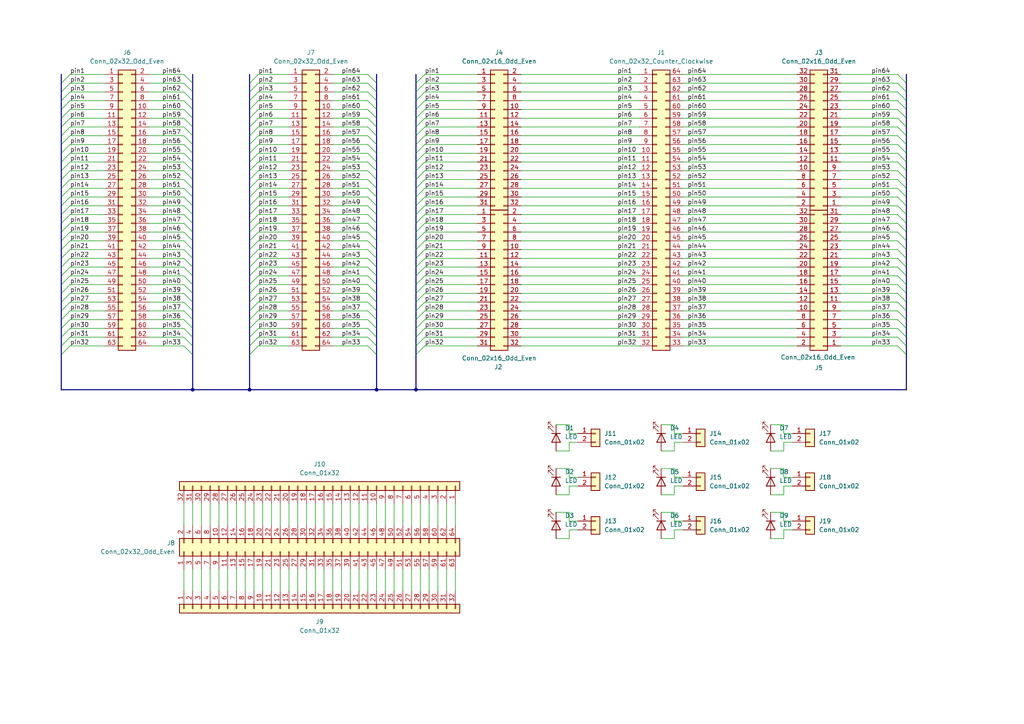
<source format=kicad_sch>
(kicad_sch (version 20231120) (generator "eeschema") (generator_version "8.0")
  (paper "A4")
  (title_block (title "Igloo64_08 Prototyping Board") (date "2025-06-14") (rev "1.0") (company "John Honniball") (comment 1 "https://github.com/anachrocomputer/Igloo64") (comment 2 "TQFP-64 0.8mm pitch"))
  (junction (at 120.65 113.03))
  (junction (at 109.22 113.03))
  (junction (at 72.39 113.03))
  (junction (at 55.88 113.03))
  (bus_entry (at 123.19 77.47) (size -2.54 2.54))
  (bus_entry (at 260.35 49.53) (size 2.54 2.54))
  (bus_entry (at 260.35 90.17) (size 2.54 2.54))
  (bus_entry (at 260.35 26.67) (size 2.54 2.54))
  (bus_entry (at 260.35 54.61) (size 2.54 2.54))
  (bus_entry (at 260.35 92.71) (size 2.54 2.54))
  (bus_entry (at 123.19 64.77) (size -2.54 2.54))
  (bus_entry (at 260.35 57.15) (size 2.54 2.54))
  (bus_entry (at 260.35 82.55) (size 2.54 2.54))
  (bus_entry (at 123.19 24.13) (size -2.54 2.54))
  (bus_entry (at 260.35 87.63) (size 2.54 2.54))
  (bus_entry (at 123.19 46.99) (size -2.54 2.54))
  (bus_entry (at 260.35 100.33) (size 2.54 2.54))
  (bus_entry (at 123.19 36.83) (size -2.54 2.54))
  (bus_entry (at 260.35 44.45) (size 2.54 2.54))
  (bus_entry (at 123.19 44.45) (size -2.54 2.54))
  (bus_entry (at 260.35 41.91) (size 2.54 2.54))
  (bus_entry (at 53.34 29.21) (size 2.54 2.54))
  (bus_entry (at 53.34 26.67) (size 2.54 2.54))
  (bus_entry (at 53.34 24.13) (size 2.54 2.54))
  (bus_entry (at 53.34 21.59) (size 2.54 2.54))
  (bus_entry (at 20.32 21.59) (size -2.54 2.54))
  (bus_entry (at 20.32 24.13) (size -2.54 2.54))
  (bus_entry (at 20.32 26.67) (size -2.54 2.54))
  (bus_entry (at 20.32 29.21) (size -2.54 2.54))
  (bus_entry (at 106.68 26.67) (size 2.54 2.54))
  (bus_entry (at 106.68 29.21) (size 2.54 2.54))
  (bus_entry (at 106.68 21.59) (size 2.54 2.54))
  (bus_entry (at 106.68 24.13) (size 2.54 2.54))
  (bus_entry (at 123.19 100.33) (size -2.54 2.54))
  (bus_entry (at 260.35 21.59) (size 2.54 2.54))
  (bus_entry (at 260.35 46.99) (size 2.54 2.54))
  (bus_entry (at 260.35 62.23) (size 2.54 2.54))
  (bus_entry (at 123.19 21.59) (size -2.54 2.54))
  (bus_entry (at 260.35 67.31) (size 2.54 2.54))
  (bus_entry (at 123.19 69.85) (size -2.54 2.54))
  (bus_entry (at 260.35 72.39) (size 2.54 2.54))
  (bus_entry (at 260.35 36.83) (size 2.54 2.54))
  (bus_entry (at 106.68 90.17) (size 2.54 2.54))
  (bus_entry (at 106.68 85.09) (size 2.54 2.54))
  (bus_entry (at 106.68 92.71) (size 2.54 2.54))
  (bus_entry (at 106.68 87.63) (size 2.54 2.54))
  (bus_entry (at 106.68 82.55) (size 2.54 2.54))
  (bus_entry (at 106.68 80.01) (size 2.54 2.54))
  (bus_entry (at 106.68 77.47) (size 2.54 2.54))
  (bus_entry (at 106.68 74.93) (size 2.54 2.54))
  (bus_entry (at 106.68 72.39) (size 2.54 2.54))
  (bus_entry (at 106.68 69.85) (size 2.54 2.54))
  (bus_entry (at 106.68 34.29) (size 2.54 2.54))
  (bus_entry (at 106.68 62.23) (size 2.54 2.54))
  (bus_entry (at 106.68 59.69) (size 2.54 2.54))
  (bus_entry (at 106.68 67.31) (size 2.54 2.54))
  (bus_entry (at 106.68 64.77) (size 2.54 2.54))
  (bus_entry (at 106.68 57.15) (size 2.54 2.54))
  (bus_entry (at 106.68 54.61) (size 2.54 2.54))
  (bus_entry (at 106.68 52.07) (size 2.54 2.54))
  (bus_entry (at 106.68 49.53) (size 2.54 2.54))
  (bus_entry (at 106.68 46.99) (size 2.54 2.54))
  (bus_entry (at 106.68 44.45) (size 2.54 2.54))
  (bus_entry (at 106.68 41.91) (size 2.54 2.54))
  (bus_entry (at 106.68 39.37) (size 2.54 2.54))
  (bus_entry (at 106.68 36.83) (size 2.54 2.54))
  (bus_entry (at 260.35 85.09) (size 2.54 2.54))
  (bus_entry (at 260.35 69.85) (size 2.54 2.54))
  (bus_entry (at 260.35 74.93) (size 2.54 2.54))
  (bus_entry (at 123.19 82.55) (size -2.54 2.54))
  (bus_entry (at 123.19 26.67) (size -2.54 2.54))
  (bus_entry (at 260.35 80.01) (size 2.54 2.54))
  (bus_entry (at 123.19 34.29) (size -2.54 2.54))
  (bus_entry (at 106.68 31.75) (size 2.54 2.54))
  (bus_entry (at 74.93 21.59) (size -2.54 2.54))
  (bus_entry (at 74.93 24.13) (size -2.54 2.54))
  (bus_entry (at 74.93 26.67) (size -2.54 2.54))
  (bus_entry (at 74.93 29.21) (size -2.54 2.54))
  (bus_entry (at 74.93 31.75) (size -2.54 2.54))
  (bus_entry (at 123.19 74.93) (size -2.54 2.54))
  (bus_entry (at 123.19 62.23) (size -2.54 2.54))
  (bus_entry (at 123.19 39.37) (size -2.54 2.54))
  (bus_entry (at 260.35 34.29) (size 2.54 2.54))
  (bus_entry (at 260.35 39.37) (size 2.54 2.54))
  (bus_entry (at 123.19 80.01) (size -2.54 2.54))
  (bus_entry (at 123.19 67.31) (size -2.54 2.54))
  (bus_entry (at 123.19 59.69) (size -2.54 2.54))
  (bus_entry (at 260.35 52.07) (size 2.54 2.54))
  (bus_entry (at 123.19 90.17) (size -2.54 2.54))
  (bus_entry (at 260.35 24.13) (size 2.54 2.54))
  (bus_entry (at 53.34 64.77) (size 2.54 2.54))
  (bus_entry (at 106.68 95.25) (size 2.54 2.54))
  (bus_entry (at 106.68 100.33) (size 2.54 2.54))
  (bus_entry (at 106.68 97.79) (size 2.54 2.54))
  (bus_entry (at 53.34 74.93) (size 2.54 2.54))
  (bus_entry (at 53.34 72.39) (size 2.54 2.54))
  (bus_entry (at 53.34 69.85) (size 2.54 2.54))
  (bus_entry (at 53.34 67.31) (size 2.54 2.54))
  (bus_entry (at 53.34 85.09) (size 2.54 2.54))
  (bus_entry (at 53.34 82.55) (size 2.54 2.54))
  (bus_entry (at 53.34 80.01) (size 2.54 2.54))
  (bus_entry (at 53.34 77.47) (size 2.54 2.54))
  (bus_entry (at 53.34 90.17) (size 2.54 2.54))
  (bus_entry (at 53.34 87.63) (size 2.54 2.54))
  (bus_entry (at 53.34 36.83) (size 2.54 2.54))
  (bus_entry (at 53.34 34.29) (size 2.54 2.54))
  (bus_entry (at 53.34 31.75) (size 2.54 2.54))
  (bus_entry (at 53.34 52.07) (size 2.54 2.54))
  (bus_entry (at 53.34 49.53) (size 2.54 2.54))
  (bus_entry (at 53.34 46.99) (size 2.54 2.54))
  (bus_entry (at 53.34 44.45) (size 2.54 2.54))
  (bus_entry (at 53.34 41.91) (size 2.54 2.54))
  (bus_entry (at 53.34 39.37) (size 2.54 2.54))
  (bus_entry (at 260.35 64.77) (size 2.54 2.54))
  (bus_entry (at 123.19 41.91) (size -2.54 2.54))
  (bus_entry (at 20.32 69.85) (size -2.54 2.54))
  (bus_entry (at 20.32 67.31) (size -2.54 2.54))
  (bus_entry (at 20.32 64.77) (size -2.54 2.54))
  (bus_entry (at 74.93 90.17) (size -2.54 2.54))
  (bus_entry (at 74.93 92.71) (size -2.54 2.54))
  (bus_entry (at 74.93 95.25) (size -2.54 2.54))
  (bus_entry (at 74.93 97.79) (size -2.54 2.54))
  (bus_entry (at 74.93 100.33) (size -2.54 2.54))
  (bus_entry (at 74.93 64.77) (size -2.54 2.54))
  (bus_entry (at 74.93 67.31) (size -2.54 2.54))
  (bus_entry (at 74.93 69.85) (size -2.54 2.54))
  (bus_entry (at 74.93 72.39) (size -2.54 2.54))
  (bus_entry (at 74.93 74.93) (size -2.54 2.54))
  (bus_entry (at 20.32 90.17) (size -2.54 2.54))
  (bus_entry (at 20.32 87.63) (size -2.54 2.54))
  (bus_entry (at 20.32 85.09) (size -2.54 2.54))
  (bus_entry (at 20.32 82.55) (size -2.54 2.54))
  (bus_entry (at 20.32 80.01) (size -2.54 2.54))
  (bus_entry (at 20.32 77.47) (size -2.54 2.54))
  (bus_entry (at 20.32 74.93) (size -2.54 2.54))
  (bus_entry (at 20.32 72.39) (size -2.54 2.54))
  (bus_entry (at 74.93 87.63) (size -2.54 2.54))
  (bus_entry (at 74.93 82.55) (size -2.54 2.54))
  (bus_entry (at 74.93 85.09) (size -2.54 2.54))
  (bus_entry (at 74.93 77.47) (size -2.54 2.54))
  (bus_entry (at 74.93 80.01) (size -2.54 2.54))
  (bus_entry (at 74.93 39.37) (size -2.54 2.54))
  (bus_entry (at 74.93 41.91) (size -2.54 2.54))
  (bus_entry (at 74.93 34.29) (size -2.54 2.54))
  (bus_entry (at 74.93 36.83) (size -2.54 2.54))
  (bus_entry (at 20.32 52.07) (size -2.54 2.54))
  (bus_entry (at 20.32 49.53) (size -2.54 2.54))
  (bus_entry (at 20.32 46.99) (size -2.54 2.54))
  (bus_entry (at 20.32 44.45) (size -2.54 2.54))
  (bus_entry (at 20.32 41.91) (size -2.54 2.54))
  (bus_entry (at 20.32 34.29) (size -2.54 2.54))
  (bus_entry (at 20.32 31.75) (size -2.54 2.54))
  (bus_entry (at 20.32 39.37) (size -2.54 2.54))
  (bus_entry (at 20.32 36.83) (size -2.54 2.54))
  (bus_entry (at 74.93 44.45) (size -2.54 2.54))
  (bus_entry (at 74.93 46.99) (size -2.54 2.54))
  (bus_entry (at 74.93 49.53) (size -2.54 2.54))
  (bus_entry (at 74.93 52.07) (size -2.54 2.54))
  (bus_entry (at 74.93 59.69) (size -2.54 2.54))
  (bus_entry (at 74.93 62.23) (size -2.54 2.54))
  (bus_entry (at 74.93 54.61) (size -2.54 2.54))
  (bus_entry (at 74.93 57.15) (size -2.54 2.54))
  (bus_entry (at 260.35 97.79) (size 2.54 2.54))
  (bus_entry (at 123.19 29.21) (size -2.54 2.54))
  (bus_entry (at 123.19 31.75) (size -2.54 2.54))
  (bus_entry (at 260.35 31.75) (size 2.54 2.54))
  (bus_entry (at 123.19 72.39) (size -2.54 2.54))
  (bus_entry (at 260.35 77.47) (size 2.54 2.54))
  (bus_entry (at 260.35 29.21) (size 2.54 2.54))
  (bus_entry (at 123.19 92.71) (size -2.54 2.54))
  (bus_entry (at 123.19 97.79) (size -2.54 2.54))
  (bus_entry (at 123.19 87.63) (size -2.54 2.54))
  (bus_entry (at 260.35 59.69) (size 2.54 2.54))
  (bus_entry (at 260.35 95.25) (size 2.54 2.54))
  (bus_entry (at 123.19 54.61) (size -2.54 2.54))
  (bus_entry (at 123.19 57.15) (size -2.54 2.54))
  (bus_entry (at 123.19 49.53) (size -2.54 2.54))
  (bus_entry (at 123.19 52.07) (size -2.54 2.54))
  (bus_entry (at 20.32 97.79) (size -2.54 2.54))
  (bus_entry (at 20.32 100.33) (size -2.54 2.54))
  (bus_entry (at 53.34 95.25) (size 2.54 2.54))
  (bus_entry (at 53.34 100.33) (size 2.54 2.54))
  (bus_entry (at 53.34 97.79) (size 2.54 2.54))
  (bus_entry (at 53.34 57.15) (size 2.54 2.54))
  (bus_entry (at 53.34 54.61) (size 2.54 2.54))
  (bus_entry (at 53.34 59.69) (size 2.54 2.54))
  (bus_entry (at 53.34 62.23) (size 2.54 2.54))
  (bus_entry (at 53.34 92.71) (size 2.54 2.54))
  (bus_entry (at 20.32 54.61) (size -2.54 2.54))
  (bus_entry (at 20.32 62.23) (size -2.54 2.54))
  (bus_entry (at 20.32 59.69) (size -2.54 2.54))
  (bus_entry (at 20.32 57.15) (size -2.54 2.54))
  (bus_entry (at 20.32 92.71) (size -2.54 2.54))
  (bus_entry (at 20.32 95.25) (size -2.54 2.54))
  (bus_entry (at 123.19 95.25) (size -2.54 2.54))
  (bus_entry (at 123.19 85.09) (size -2.54 2.54))
  (wire (pts (xy 165.1 140.97) (xy 167.64 140.97)))
  (wire (pts (xy 20.32 21.59) (xy 30.48 21.59)))
  (wire (pts (xy 68.58 146.05) (xy 68.58 152.4)))
  (wire (pts (xy 114.3 146.05) (xy 114.3 152.4)))
  (wire (pts (xy 96.52 39.37) (xy 106.68 39.37)))
  (bus (pts (xy 72.39 95.25) (xy 72.39 97.79)))
  (wire (pts (xy 74.93 82.55) (xy 83.82 82.55)))
  (wire (pts (xy 243.84 82.55) (xy 260.35 82.55)))
  (wire (pts (xy 123.19 95.25) (xy 138.43 95.25)))
  (wire (pts (xy 101.6 165.1) (xy 101.6 171.45)))
  (wire (pts (xy 198.12 49.53) (xy 231.14 49.53)))
  (wire (pts (xy 43.18 21.59) (xy 53.34 21.59)))
  (wire (pts (xy 68.58 165.1) (xy 68.58 171.45)))
  (bus (pts (xy 17.78 59.69) (xy 17.78 62.23)))
  (bus (pts (xy 109.22 92.71) (xy 109.22 95.25)))
  (bus (pts (xy 262.89 39.37) (xy 262.89 41.91)))
  (bus (pts (xy 17.78 57.15) (xy 17.78 59.69)))
  (wire (pts (xy 96.52 77.47) (xy 106.68 77.47)))
  (wire (pts (xy 243.84 67.31) (xy 260.35 67.31)))
  (wire (pts (xy 119.38 165.1) (xy 119.38 171.45)))
  (bus (pts (xy 262.89 52.07) (xy 262.89 54.61)))
  (bus (pts (xy 109.22 46.99) (xy 109.22 49.53)))
  (wire (pts (xy 198.12 57.15) (xy 231.14 57.15)))
  (wire (pts (xy 243.84 62.23) (xy 260.35 62.23)))
  (bus (pts (xy 120.65 21.59) (xy 120.65 24.13)))
  (wire (pts (xy 223.52 148.59) (xy 227.33 148.59)))
  (bus (pts (xy 72.39 85.09) (xy 72.39 87.63)))
  (wire (pts (xy 63.5 146.05) (xy 63.5 152.4)))
  (wire (pts (xy 96.52 85.09) (xy 106.68 85.09)))
  (wire (pts (xy 83.82 146.05) (xy 83.82 152.4)))
  (bus (pts (xy 262.89 82.55) (xy 262.89 85.09)))
  (wire (pts (xy 43.18 44.45) (xy 53.34 44.45)))
  (bus (pts (xy 120.65 77.47) (xy 120.65 80.01)))
  (wire (pts (xy 76.2 146.05) (xy 76.2 152.4)))
  (wire (pts (xy 227.33 140.97) (xy 229.87 140.97)))
  (wire (pts (xy 198.12 54.61) (xy 231.14 54.61)))
  (wire (pts (xy 243.84 39.37) (xy 260.35 39.37)))
  (wire (pts (xy 198.12 97.79) (xy 231.14 97.79)))
  (bus (pts (xy 72.39 44.45) (xy 72.39 46.99)))
  (wire (pts (xy 151.13 39.37) (xy 185.42 39.37)))
  (bus (pts (xy 72.39 62.23) (xy 72.39 64.77)))
  (bus (pts (xy 17.78 102.87) (xy 17.78 113.03)))
  (bus (pts (xy 72.39 26.67) (xy 72.39 29.21)))
  (wire (pts (xy 243.84 41.91) (xy 260.35 41.91)))
  (wire (pts (xy 198.12 92.71) (xy 231.14 92.71)))
  (bus (pts (xy 109.22 44.45) (xy 109.22 46.99)))
  (bus (pts (xy 17.78 67.31) (xy 17.78 69.85)))
  (bus (pts (xy 109.22 29.21) (xy 109.22 31.75)))
  (wire (pts (xy 74.93 72.39) (xy 83.82 72.39)))
  (bus (pts (xy 120.65 44.45) (xy 120.65 46.99)))
  (bus (pts (xy 55.88 41.91) (xy 55.88 44.45)))
  (wire (pts (xy 151.13 85.09) (xy 185.42 85.09)))
  (wire (pts (xy 151.13 21.59) (xy 185.42 21.59)))
  (wire (pts (xy 43.18 69.85) (xy 53.34 69.85)))
  (wire (pts (xy 96.52 72.39) (xy 106.68 72.39)))
  (wire (pts (xy 96.52 44.45) (xy 106.68 44.45)))
  (wire (pts (xy 198.12 95.25) (xy 231.14 95.25)))
  (bus (pts (xy 17.78 87.63) (xy 17.78 90.17)))
  (bus (pts (xy 17.78 82.55) (xy 17.78 85.09)))
  (bus (pts (xy 262.89 102.87) (xy 262.89 113.03)))
  (wire (pts (xy 123.19 21.59) (xy 138.43 21.59)))
  (wire (pts (xy 227.33 128.27) (xy 229.87 128.27)))
  (wire (pts (xy 20.32 85.09) (xy 30.48 85.09)))
  (wire (pts (xy 73.66 165.1) (xy 73.66 171.45)))
  (wire (pts (xy 119.38 146.05) (xy 119.38 152.4)))
  (bus (pts (xy 109.22 36.83) (xy 109.22 39.37)))
  (bus (pts (xy 55.88 80.01) (xy 55.88 82.55)))
  (wire (pts (xy 58.42 146.05) (xy 58.42 152.4)))
  (bus (pts (xy 72.39 72.39) (xy 72.39 74.93)))
  (bus (pts (xy 262.89 97.79) (xy 262.89 100.33)))
  (wire (pts (xy 101.6 146.05) (xy 101.6 152.4)))
  (wire (pts (xy 20.32 26.67) (xy 30.48 26.67)))
  (bus (pts (xy 17.78 39.37) (xy 17.78 41.91)))
  (bus (pts (xy 109.22 77.47) (xy 109.22 80.01)))
  (bus (pts (xy 120.65 39.37) (xy 120.65 41.91)))
  (bus (pts (xy 55.88 62.23) (xy 55.88 64.77)))
  (wire (pts (xy 74.93 52.07) (xy 83.82 52.07)))
  (wire (pts (xy 20.32 24.13) (xy 30.48 24.13)))
  (wire (pts (xy 165.1 148.59) (xy 165.1 151.13)))
  (bus (pts (xy 120.65 74.93) (xy 120.65 77.47)))
  (bus (pts (xy 17.78 36.83) (xy 17.78 39.37)))
  (wire (pts (xy 243.84 95.25) (xy 260.35 95.25)))
  (wire (pts (xy 198.12 87.63) (xy 231.14 87.63)))
  (bus (pts (xy 109.22 21.59) (xy 109.22 24.13)))
  (wire (pts (xy 198.12 46.99) (xy 231.14 46.99)))
  (bus (pts (xy 120.65 49.53) (xy 120.65 52.07)))
  (wire (pts (xy 20.32 67.31) (xy 30.48 67.31)))
  (wire (pts (xy 60.96 146.05) (xy 60.96 152.4)))
  (bus (pts (xy 120.65 62.23) (xy 120.65 64.77)))
  (wire (pts (xy 96.52 62.23) (xy 106.68 62.23)))
  (bus (pts (xy 72.39 67.31) (xy 72.39 69.85)))
  (bus (pts (xy 55.88 36.83) (xy 55.88 39.37)))
  (bus (pts (xy 109.22 57.15) (xy 109.22 59.69)))
  (wire (pts (xy 191.77 130.81) (xy 195.58 130.81)))
  (bus (pts (xy 109.22 69.85) (xy 109.22 72.39)))
  (bus (pts (xy 72.39 102.87) (xy 72.39 113.03)))
  (wire (pts (xy 161.29 143.51) (xy 165.1 143.51)))
  (wire (pts (xy 223.52 156.21) (xy 227.33 156.21)))
  (wire (pts (xy 151.13 29.21) (xy 185.42 29.21)))
  (wire (pts (xy 74.93 41.91) (xy 83.82 41.91)))
  (wire (pts (xy 121.92 165.1) (xy 121.92 171.45)))
  (bus (pts (xy 120.65 92.71) (xy 120.65 95.25)))
  (wire (pts (xy 74.93 100.33) (xy 83.82 100.33)))
  (wire (pts (xy 74.93 90.17) (xy 83.82 90.17)))
  (wire (pts (xy 123.19 67.31) (xy 138.43 67.31)))
  (wire (pts (xy 195.58 143.51) (xy 195.58 140.97)))
  (wire (pts (xy 129.54 146.05) (xy 129.54 152.4)))
  (bus (pts (xy 17.78 44.45) (xy 17.78 46.99)))
  (bus (pts (xy 262.89 34.29) (xy 262.89 36.83)))
  (wire (pts (xy 74.93 87.63) (xy 83.82 87.63)))
  (wire (pts (xy 151.13 59.69) (xy 185.42 59.69)))
  (wire (pts (xy 43.18 39.37) (xy 53.34 39.37)))
  (wire (pts (xy 96.52 21.59) (xy 106.68 21.59)))
  (wire (pts (xy 195.58 140.97) (xy 198.12 140.97)))
  (wire (pts (xy 43.18 74.93) (xy 53.34 74.93)))
  (wire (pts (xy 127 146.05) (xy 127 152.4)))
  (wire (pts (xy 78.74 165.1) (xy 78.74 171.45)))
  (wire (pts (xy 223.52 123.19) (xy 227.33 123.19)))
  (wire (pts (xy 74.93 21.59) (xy 83.82 21.59)))
  (wire (pts (xy 198.12 36.83) (xy 231.14 36.83)))
  (wire (pts (xy 96.52 49.53) (xy 106.68 49.53)))
  (bus (pts (xy 262.89 36.83) (xy 262.89 39.37)))
  (bus (pts (xy 72.39 90.17) (xy 72.39 92.71)))
  (wire (pts (xy 20.32 100.33) (xy 30.48 100.33)))
  (bus (pts (xy 17.78 80.01) (xy 17.78 82.55)))
  (bus (pts (xy 262.89 72.39) (xy 262.89 74.93)))
  (wire (pts (xy 123.19 31.75) (xy 138.43 31.75)))
  (wire (pts (xy 151.13 90.17) (xy 185.42 90.17)))
  (wire (pts (xy 88.9 146.05) (xy 88.9 152.4)))
  (wire (pts (xy 91.44 146.05) (xy 91.44 152.4)))
  (wire (pts (xy 76.2 165.1) (xy 76.2 171.45)))
  (bus (pts (xy 109.22 64.77) (xy 109.22 67.31)))
  (bus (pts (xy 262.89 29.21) (xy 262.89 31.75)))
  (wire (pts (xy 227.33 156.21) (xy 227.33 153.67)))
  (bus (pts (xy 262.89 21.59) (xy 262.89 24.13)))
  (wire (pts (xy 93.98 146.05) (xy 93.98 152.4)))
  (wire (pts (xy 20.32 74.93) (xy 30.48 74.93)))
  (wire (pts (xy 43.18 26.67) (xy 53.34 26.67)))
  (wire (pts (xy 74.93 67.31) (xy 83.82 67.31)))
  (wire (pts (xy 195.58 153.67) (xy 198.12 153.67)))
  (wire (pts (xy 74.93 77.47) (xy 83.82 77.47)))
  (bus (pts (xy 72.39 100.33) (xy 72.39 102.87)))
  (wire (pts (xy 20.32 95.25) (xy 30.48 95.25)))
  (bus (pts (xy 72.39 92.71) (xy 72.39 95.25)))
  (bus (pts (xy 55.88 24.13) (xy 55.88 26.67)))
  (wire (pts (xy 243.84 52.07) (xy 260.35 52.07)))
  (bus (pts (xy 262.89 41.91) (xy 262.89 44.45)))
  (wire (pts (xy 123.19 64.77) (xy 138.43 64.77)))
  (bus (pts (xy 109.22 49.53) (xy 109.22 52.07)))
  (wire (pts (xy 20.32 77.47) (xy 30.48 77.47)))
  (wire (pts (xy 104.14 165.1) (xy 104.14 171.45)))
  (bus (pts (xy 120.65 82.55) (xy 120.65 85.09)))
  (wire (pts (xy 227.33 130.81) (xy 227.33 128.27)))
  (wire (pts (xy 96.52 95.25) (xy 106.68 95.25)))
  (wire (pts (xy 165.1 156.21) (xy 165.1 153.67)))
  (wire (pts (xy 86.36 165.1) (xy 86.36 171.45)))
  (wire (pts (xy 53.34 146.05) (xy 53.34 152.4)))
  (wire (pts (xy 227.33 143.51) (xy 227.33 140.97)))
  (wire (pts (xy 151.13 26.67) (xy 185.42 26.67)))
  (wire (pts (xy 123.19 26.67) (xy 138.43 26.67)))
  (wire (pts (xy 43.18 77.47) (xy 53.34 77.47)))
  (wire (pts (xy 243.84 64.77) (xy 260.35 64.77)))
  (wire (pts (xy 20.32 82.55) (xy 30.48 82.55)))
  (bus (pts (xy 262.89 26.67) (xy 262.89 29.21)))
  (wire (pts (xy 243.84 59.69) (xy 260.35 59.69)))
  (bus (pts (xy 262.89 77.47) (xy 262.89 80.01)))
  (bus (pts (xy 17.78 24.13) (xy 17.78 26.67)))
  (bus (pts (xy 109.22 113.03) (xy 120.65 113.03)))
  (wire (pts (xy 96.52 57.15) (xy 106.68 57.15)))
  (bus (pts (xy 120.65 29.21) (xy 120.65 31.75)))
  (wire (pts (xy 123.19 36.83) (xy 138.43 36.83)))
  (wire (pts (xy 123.19 90.17) (xy 138.43 90.17)))
  (wire (pts (xy 96.52 34.29) (xy 106.68 34.29)))
  (wire (pts (xy 20.32 62.23) (xy 30.48 62.23)))
  (wire (pts (xy 43.18 54.61) (xy 53.34 54.61)))
  (wire (pts (xy 74.93 80.01) (xy 83.82 80.01)))
  (wire (pts (xy 43.18 57.15) (xy 53.34 57.15)))
  (wire (pts (xy 96.52 165.1) (xy 96.52 171.45)))
  (wire (pts (xy 43.18 62.23) (xy 53.34 62.23)))
  (wire (pts (xy 74.93 59.69) (xy 83.82 59.69)))
  (bus (pts (xy 120.65 31.75) (xy 120.65 34.29)))
  (bus (pts (xy 17.78 62.23) (xy 17.78 64.77)))
  (wire (pts (xy 43.18 46.99) (xy 53.34 46.99)))
  (wire (pts (xy 78.74 146.05) (xy 78.74 152.4)))
  (wire (pts (xy 74.93 36.83) (xy 83.82 36.83)))
  (bus (pts (xy 109.22 97.79) (xy 109.22 100.33)))
  (wire (pts (xy 198.12 21.59) (xy 231.14 21.59)))
  (wire (pts (xy 20.32 46.99) (xy 30.48 46.99)))
  (wire (pts (xy 165.1 125.73) (xy 167.64 125.73)))
  (wire (pts (xy 63.5 165.1) (xy 63.5 171.45)))
  (bus (pts (xy 72.39 52.07) (xy 72.39 54.61)))
  (wire (pts (xy 151.13 95.25) (xy 185.42 95.25)))
  (bus (pts (xy 109.22 100.33) (xy 109.22 102.87)))
  (wire (pts (xy 243.84 72.39) (xy 260.35 72.39)))
  (wire (pts (xy 74.93 54.61) (xy 83.82 54.61)))
  (wire (pts (xy 74.93 44.45) (xy 83.82 44.45)))
  (wire (pts (xy 43.18 31.75) (xy 53.34 31.75)))
  (wire (pts (xy 96.52 59.69) (xy 106.68 59.69)))
  (bus (pts (xy 17.78 72.39) (xy 17.78 74.93)))
  (wire (pts (xy 123.19 85.09) (xy 138.43 85.09)))
  (wire (pts (xy 20.32 87.63) (xy 30.48 87.63)))
  (wire (pts (xy 198.12 82.55) (xy 231.14 82.55)))
  (wire (pts (xy 198.12 90.17) (xy 231.14 90.17)))
  (wire (pts (xy 165.1 138.43) (xy 167.64 138.43)))
  (bus (pts (xy 55.88 49.53) (xy 55.88 52.07)))
  (bus (pts (xy 55.88 26.67) (xy 55.88 29.21)))
  (wire (pts (xy 227.33 135.89) (xy 227.33 138.43)))
  (wire (pts (xy 165.1 128.27) (xy 167.64 128.27)))
  (bus (pts (xy 17.78 46.99) (xy 17.78 49.53)))
  (bus (pts (xy 55.88 54.61) (xy 55.88 57.15)))
  (wire (pts (xy 74.93 64.77) (xy 83.82 64.77)))
  (wire (pts (xy 198.12 44.45) (xy 231.14 44.45)))
  (wire (pts (xy 123.19 92.71) (xy 138.43 92.71)))
  (bus (pts (xy 120.65 72.39) (xy 120.65 74.93)))
  (wire (pts (xy 96.52 97.79) (xy 106.68 97.79)))
  (bus (pts (xy 120.65 87.63) (xy 120.65 90.17)))
  (bus (pts (xy 17.78 92.71) (xy 17.78 95.25)))
  (bus (pts (xy 72.39 64.77) (xy 72.39 67.31)))
  (wire (pts (xy 123.19 34.29) (xy 138.43 34.29)))
  (wire (pts (xy 198.12 62.23) (xy 231.14 62.23)))
  (wire (pts (xy 151.13 87.63) (xy 185.42 87.63)))
  (wire (pts (xy 198.12 39.37) (xy 231.14 39.37)))
  (wire (pts (xy 243.84 29.21) (xy 260.35 29.21)))
  (wire (pts (xy 96.52 74.93) (xy 106.68 74.93)))
  (wire (pts (xy 151.13 24.13) (xy 185.42 24.13)))
  (wire (pts (xy 111.76 146.05) (xy 111.76 152.4)))
  (wire (pts (xy 123.19 52.07) (xy 138.43 52.07)))
  (wire (pts (xy 198.12 80.01) (xy 231.14 80.01)))
  (wire (pts (xy 151.13 54.61) (xy 185.42 54.61)))
  (wire (pts (xy 195.58 148.59) (xy 195.58 151.13)))
  (wire (pts (xy 114.3 165.1) (xy 114.3 171.45)))
  (bus (pts (xy 262.89 57.15) (xy 262.89 59.69)))
  (bus (pts (xy 120.65 57.15) (xy 120.65 59.69)))
  (bus (pts (xy 262.89 64.77) (xy 262.89 67.31)))
  (wire (pts (xy 198.12 24.13) (xy 231.14 24.13)))
  (bus (pts (xy 120.65 69.85) (xy 120.65 72.39)))
  (wire (pts (xy 123.19 39.37) (xy 138.43 39.37)))
  (bus (pts (xy 17.78 21.59) (xy 17.78 24.13)))
  (wire (pts (xy 20.32 39.37) (xy 30.48 39.37)))
  (wire (pts (xy 151.13 77.47) (xy 185.42 77.47)))
  (bus (pts (xy 262.89 44.45) (xy 262.89 46.99)))
  (bus (pts (xy 55.88 90.17) (xy 55.88 92.71)))
  (wire (pts (xy 43.18 82.55) (xy 53.34 82.55)))
  (wire (pts (xy 74.93 39.37) (xy 83.82 39.37)))
  (bus (pts (xy 109.22 67.31) (xy 109.22 69.85)))
  (bus (pts (xy 72.39 31.75) (xy 72.39 34.29)))
  (bus (pts (xy 262.89 100.33) (xy 262.89 102.87)))
  (bus (pts (xy 55.88 102.87) (xy 55.88 113.03)))
  (wire (pts (xy 74.93 74.93) (xy 83.82 74.93)))
  (wire (pts (xy 74.93 49.53) (xy 83.82 49.53)))
  (wire (pts (xy 123.19 24.13) (xy 138.43 24.13)))
  (bus (pts (xy 72.39 77.47) (xy 72.39 80.01)))
  (bus (pts (xy 120.65 113.03) (xy 262.89 113.03)))
  (bus (pts (xy 262.89 95.25) (xy 262.89 97.79)))
  (wire (pts (xy 243.84 74.93) (xy 260.35 74.93)))
  (wire (pts (xy 55.88 165.1) (xy 55.88 171.45)))
  (wire (pts (xy 195.58 135.89) (xy 195.58 138.43)))
  (bus (pts (xy 72.39 29.21) (xy 72.39 31.75)))
  (wire (pts (xy 86.36 146.05) (xy 86.36 152.4)))
  (wire (pts (xy 165.1 153.67) (xy 167.64 153.67)))
  (wire (pts (xy 243.84 90.17) (xy 260.35 90.17)))
  (bus (pts (xy 109.22 24.13) (xy 109.22 26.67)))
  (wire (pts (xy 161.29 148.59) (xy 165.1 148.59)))
  (bus (pts (xy 109.22 102.87) (xy 109.22 113.03)))
  (bus (pts (xy 55.88 69.85) (xy 55.88 72.39)))
  (bus (pts (xy 262.89 74.93) (xy 262.89 77.47)))
  (bus (pts (xy 72.39 59.69) (xy 72.39 62.23)))
  (bus (pts (xy 17.78 52.07) (xy 17.78 54.61)))
  (wire (pts (xy 195.58 156.21) (xy 195.58 153.67)))
  (bus (pts (xy 72.39 69.85) (xy 72.39 72.39)))
  (bus (pts (xy 17.78 26.67) (xy 17.78 29.21)))
  (bus (pts (xy 72.39 97.79) (xy 72.39 100.33)))
  (bus (pts (xy 72.39 24.13) (xy 72.39 26.67)))
  (wire (pts (xy 123.19 41.91) (xy 138.43 41.91)))
  (wire (pts (xy 43.18 92.71) (xy 53.34 92.71)))
  (bus (pts (xy 262.89 24.13) (xy 262.89 26.67)))
  (wire (pts (xy 20.32 64.77) (xy 30.48 64.77)))
  (bus (pts (xy 72.39 34.29) (xy 72.39 36.83)))
  (bus (pts (xy 109.22 95.25) (xy 109.22 97.79)))
  (wire (pts (xy 43.18 100.33) (xy 53.34 100.33)))
  (wire (pts (xy 74.93 97.79) (xy 83.82 97.79)))
  (wire (pts (xy 191.77 148.59) (xy 195.58 148.59)))
  (wire (pts (xy 96.52 29.21) (xy 106.68 29.21)))
  (wire (pts (xy 43.18 24.13) (xy 53.34 24.13)))
  (bus (pts (xy 55.88 34.29) (xy 55.88 36.83)))
  (bus (pts (xy 120.65 85.09) (xy 120.65 87.63)))
  (wire (pts (xy 195.58 130.81) (xy 195.58 128.27)))
  (wire (pts (xy 104.14 146.05) (xy 104.14 152.4)))
  (bus (pts (xy 109.22 31.75) (xy 109.22 34.29)))
  (bus (pts (xy 262.89 90.17) (xy 262.89 92.71)))
  (wire (pts (xy 161.29 123.19) (xy 165.1 123.19)))
  (wire (pts (xy 116.84 165.1) (xy 116.84 171.45)))
  (bus (pts (xy 55.88 113.03) (xy 72.39 113.03)))
  (wire (pts (xy 74.93 57.15) (xy 83.82 57.15)))
  (wire (pts (xy 198.12 41.91) (xy 231.14 41.91)))
  (bus (pts (xy 120.65 46.99) (xy 120.65 49.53)))
  (wire (pts (xy 223.52 130.81) (xy 227.33 130.81)))
  (bus (pts (xy 17.78 113.03) (xy 55.88 113.03)))
  (wire (pts (xy 132.08 165.1) (xy 132.08 171.45)))
  (wire (pts (xy 243.84 21.59) (xy 260.35 21.59)))
  (bus (pts (xy 55.88 72.39) (xy 55.88 74.93)))
  (wire (pts (xy 151.13 82.55) (xy 185.42 82.55)))
  (wire (pts (xy 96.52 80.01) (xy 106.68 80.01)))
  (bus (pts (xy 72.39 21.59) (xy 72.39 24.13)))
  (wire (pts (xy 74.93 92.71) (xy 83.82 92.71)))
  (wire (pts (xy 123.19 72.39) (xy 138.43 72.39)))
  (wire (pts (xy 73.66 146.05) (xy 73.66 152.4)))
  (wire (pts (xy 20.32 54.61) (xy 30.48 54.61)))
  (wire (pts (xy 227.33 148.59) (xy 227.33 151.13)))
  (bus (pts (xy 72.39 57.15) (xy 72.39 59.69)))
  (wire (pts (xy 123.19 62.23) (xy 138.43 62.23)))
  (bus (pts (xy 109.22 54.61) (xy 109.22 57.15)))
  (wire (pts (xy 99.06 165.1) (xy 99.06 171.45)))
  (wire (pts (xy 123.19 100.33) (xy 138.43 100.33)))
  (bus (pts (xy 262.89 69.85) (xy 262.89 72.39)))
  (bus (pts (xy 17.78 49.53) (xy 17.78 52.07)))
  (wire (pts (xy 20.32 90.17) (xy 30.48 90.17)))
  (wire (pts (xy 20.32 59.69) (xy 30.48 59.69)))
  (bus (pts (xy 72.39 113.03) (xy 109.22 113.03)))
  (wire (pts (xy 66.04 146.05) (xy 66.04 152.4)))
  (wire (pts (xy 96.52 41.91) (xy 106.68 41.91)))
  (bus (pts (xy 262.89 46.99) (xy 262.89 49.53)))
  (wire (pts (xy 43.18 85.09) (xy 53.34 85.09)))
  (wire (pts (xy 60.96 165.1) (xy 60.96 171.45)))
  (wire (pts (xy 20.32 44.45) (xy 30.48 44.45)))
  (wire (pts (xy 96.52 87.63) (xy 106.68 87.63)))
  (wire (pts (xy 243.84 100.33) (xy 260.35 100.33)))
  (wire (pts (xy 20.32 49.53) (xy 30.48 49.53)))
  (wire (pts (xy 111.76 165.1) (xy 111.76 171.45)))
  (bus (pts (xy 17.78 95.25) (xy 17.78 97.79)))
  (wire (pts (xy 243.84 87.63) (xy 260.35 87.63)))
  (wire (pts (xy 243.84 36.83) (xy 260.35 36.83)))
  (wire (pts (xy 123.19 97.79) (xy 138.43 97.79)))
  (bus (pts (xy 109.22 39.37) (xy 109.22 41.91)))
  (wire (pts (xy 151.13 72.39) (xy 185.42 72.39)))
  (wire (pts (xy 123.19 59.69) (xy 138.43 59.69)))
  (wire (pts (xy 151.13 67.31) (xy 185.42 67.31)))
  (wire (pts (xy 109.22 165.1) (xy 109.22 171.45)))
  (wire (pts (xy 43.18 41.91) (xy 53.34 41.91)))
  (wire (pts (xy 74.93 24.13) (xy 83.82 24.13)))
  (bus (pts (xy 120.65 80.01) (xy 120.65 82.55)))
  (wire (pts (xy 191.77 135.89) (xy 195.58 135.89)))
  (bus (pts (xy 109.22 82.55) (xy 109.22 85.09)))
  (wire (pts (xy 223.52 135.89) (xy 227.33 135.89)))
  (wire (pts (xy 109.22 146.05) (xy 109.22 152.4)))
  (bus (pts (xy 72.39 54.61) (xy 72.39 57.15)))
  (bus (pts (xy 55.88 87.63) (xy 55.88 90.17)))
  (wire (pts (xy 74.93 69.85) (xy 83.82 69.85)))
  (wire (pts (xy 43.18 87.63) (xy 53.34 87.63)))
  (bus (pts (xy 17.78 100.33) (xy 17.78 102.87)))
  (bus (pts (xy 120.65 95.25) (xy 120.65 97.79)))
  (wire (pts (xy 151.13 31.75) (xy 185.42 31.75)))
  (bus (pts (xy 72.39 80.01) (xy 72.39 82.55)))
  (wire (pts (xy 66.04 165.1) (xy 66.04 171.45)))
  (wire (pts (xy 43.18 67.31) (xy 53.34 67.31)))
  (wire (pts (xy 99.06 146.05) (xy 99.06 152.4)))
  (wire (pts (xy 74.93 29.21) (xy 83.82 29.21)))
  (wire (pts (xy 243.84 31.75) (xy 260.35 31.75)))
  (wire (pts (xy 43.18 97.79) (xy 53.34 97.79)))
  (wire (pts (xy 123.19 29.21) (xy 138.43 29.21)))
  (wire (pts (xy 243.84 85.09) (xy 260.35 85.09)))
  (wire (pts (xy 227.33 138.43) (xy 229.87 138.43)))
  (bus (pts (xy 120.65 59.69) (xy 120.65 62.23)))
  (wire (pts (xy 198.12 34.29) (xy 231.14 34.29)))
  (wire (pts (xy 96.52 69.85) (xy 106.68 69.85)))
  (bus (pts (xy 262.89 59.69) (xy 262.89 62.23)))
  (wire (pts (xy 195.58 125.73) (xy 198.12 125.73)))
  (wire (pts (xy 123.19 69.85) (xy 138.43 69.85)))
  (wire (pts (xy 161.29 135.89) (xy 165.1 135.89)))
  (bus (pts (xy 262.89 80.01) (xy 262.89 82.55)))
  (wire (pts (xy 243.84 34.29) (xy 260.35 34.29)))
  (wire (pts (xy 43.18 80.01) (xy 53.34 80.01)))
  (bus (pts (xy 17.78 34.29) (xy 17.78 36.83)))
  (wire (pts (xy 132.08 146.05) (xy 132.08 152.4)))
  (bus (pts (xy 109.22 80.01) (xy 109.22 82.55)))
  (wire (pts (xy 123.19 82.55) (xy 138.43 82.55)))
  (wire (pts (xy 198.12 72.39) (xy 231.14 72.39)))
  (bus (pts (xy 120.65 41.91) (xy 120.65 44.45)))
  (wire (pts (xy 227.33 151.13) (xy 229.87 151.13)))
  (wire (pts (xy 123.19 44.45) (xy 138.43 44.45)))
  (wire (pts (xy 106.68 146.05) (xy 106.68 152.4)))
  (wire (pts (xy 151.13 100.33) (xy 185.42 100.33)))
  (bus (pts (xy 72.39 87.63) (xy 72.39 90.17)))
  (wire (pts (xy 20.32 97.79) (xy 30.48 97.79)))
  (wire (pts (xy 53.34 165.1) (xy 53.34 171.45)))
  (bus (pts (xy 55.88 92.71) (xy 55.88 95.25)))
  (wire (pts (xy 55.88 146.05) (xy 55.88 152.4)))
  (bus (pts (xy 72.39 41.91) (xy 72.39 44.45)))
  (wire (pts (xy 43.18 49.53) (xy 53.34 49.53)))
  (wire (pts (xy 124.46 146.05) (xy 124.46 152.4)))
  (wire (pts (xy 96.52 67.31) (xy 106.68 67.31)))
  (bus (pts (xy 120.65 26.67) (xy 120.65 29.21)))
  (wire (pts (xy 20.32 31.75) (xy 30.48 31.75)))
  (wire (pts (xy 195.58 138.43) (xy 198.12 138.43)))
  (wire (pts (xy 58.42 165.1) (xy 58.42 171.45)))
  (bus (pts (xy 55.88 74.93) (xy 55.88 77.47)))
  (wire (pts (xy 243.84 46.99) (xy 260.35 46.99)))
  (wire (pts (xy 198.12 59.69) (xy 231.14 59.69)))
  (wire (pts (xy 227.33 125.73) (xy 229.87 125.73)))
  (wire (pts (xy 165.1 135.89) (xy 165.1 138.43)))
  (wire (pts (xy 121.92 146.05) (xy 121.92 152.4)))
  (wire (pts (xy 123.19 87.63) (xy 138.43 87.63)))
  (bus (pts (xy 120.65 52.07) (xy 120.65 54.61)))
  (wire (pts (xy 116.84 146.05) (xy 116.84 152.4)))
  (wire (pts (xy 93.98 165.1) (xy 93.98 171.45)))
  (bus (pts (xy 55.88 100.33) (xy 55.88 102.87)))
  (wire (pts (xy 43.18 72.39) (xy 53.34 72.39)))
  (wire (pts (xy 74.93 85.09) (xy 83.82 85.09)))
  (wire (pts (xy 74.93 31.75) (xy 83.82 31.75)))
  (bus (pts (xy 109.22 90.17) (xy 109.22 92.71)))
  (bus (pts (xy 55.88 57.15) (xy 55.88 59.69)))
  (wire (pts (xy 198.12 29.21) (xy 231.14 29.21)))
  (wire (pts (xy 71.12 146.05) (xy 71.12 152.4)))
  (bus (pts (xy 120.65 97.79) (xy 120.65 100.33)))
  (wire (pts (xy 96.52 90.17) (xy 106.68 90.17)))
  (wire (pts (xy 243.84 69.85) (xy 260.35 69.85)))
  (wire (pts (xy 106.68 165.1) (xy 106.68 171.45)))
  (wire (pts (xy 198.12 77.47) (xy 231.14 77.47)))
  (bus (pts (xy 109.22 52.07) (xy 109.22 54.61)))
  (wire (pts (xy 198.12 69.85) (xy 231.14 69.85)))
  (wire (pts (xy 74.93 95.25) (xy 83.82 95.25)))
  (bus (pts (xy 55.88 29.21) (xy 55.88 31.75)))
  (bus (pts (xy 120.65 36.83) (xy 120.65 39.37)))
  (bus (pts (xy 262.89 85.09) (xy 262.89 87.63)))
  (wire (pts (xy 96.52 31.75) (xy 106.68 31.75)))
  (wire (pts (xy 198.12 100.33) (xy 231.14 100.33)))
  (wire (pts (xy 88.9 165.1) (xy 88.9 171.45)))
  (wire (pts (xy 195.58 151.13) (xy 198.12 151.13)))
  (wire (pts (xy 198.12 67.31) (xy 231.14 67.31)))
  (wire (pts (xy 96.52 26.67) (xy 106.68 26.67)))
  (wire (pts (xy 43.18 29.21) (xy 53.34 29.21)))
  (wire (pts (xy 96.52 36.83) (xy 106.68 36.83)))
  (wire (pts (xy 83.82 165.1) (xy 83.82 171.45)))
  (wire (pts (xy 43.18 36.83) (xy 53.34 36.83)))
  (bus (pts (xy 17.78 77.47) (xy 17.78 80.01)))
  (bus (pts (xy 120.65 54.61) (xy 120.65 57.15)))
  (wire (pts (xy 96.52 82.55) (xy 106.68 82.55)))
  (bus (pts (xy 55.88 67.31) (xy 55.88 69.85)))
  (bus (pts (xy 109.22 87.63) (xy 109.22 90.17)))
  (wire (pts (xy 43.18 59.69) (xy 53.34 59.69)))
  (wire (pts (xy 96.52 146.05) (xy 96.52 152.4)))
  (bus (pts (xy 72.39 36.83) (xy 72.39 39.37)))
  (wire (pts (xy 123.19 74.93) (xy 138.43 74.93)))
  (wire (pts (xy 20.32 29.21) (xy 30.48 29.21)))
  (wire (pts (xy 20.32 34.29) (xy 30.48 34.29)))
  (wire (pts (xy 243.84 77.47) (xy 260.35 77.47)))
  (wire (pts (xy 20.32 72.39) (xy 30.48 72.39)))
  (wire (pts (xy 91.44 165.1) (xy 91.44 171.45)))
  (wire (pts (xy 161.29 130.81) (xy 165.1 130.81)))
  (wire (pts (xy 198.12 31.75) (xy 231.14 31.75)))
  (bus (pts (xy 109.22 59.69) (xy 109.22 62.23)))
  (wire (pts (xy 20.32 57.15) (xy 30.48 57.15)))
  (wire (pts (xy 96.52 92.71) (xy 106.68 92.71)))
  (wire (pts (xy 243.84 57.15) (xy 260.35 57.15)))
  (bus (pts (xy 55.88 59.69) (xy 55.88 62.23)))
  (wire (pts (xy 151.13 41.91) (xy 185.42 41.91)))
  (bus (pts (xy 55.88 46.99) (xy 55.88 49.53)))
  (wire (pts (xy 191.77 123.19) (xy 195.58 123.19)))
  (wire (pts (xy 161.29 156.21) (xy 165.1 156.21)))
  (bus (pts (xy 120.65 67.31) (xy 120.65 69.85)))
  (wire (pts (xy 123.19 57.15) (xy 138.43 57.15)))
  (wire (pts (xy 74.93 46.99) (xy 83.82 46.99)))
  (wire (pts (xy 123.19 54.61) (xy 138.43 54.61)))
  (wire (pts (xy 151.13 44.45) (xy 185.42 44.45)))
  (wire (pts (xy 151.13 62.23) (xy 185.42 62.23)))
  (bus (pts (xy 109.22 41.91) (xy 109.22 44.45)))
  (wire (pts (xy 81.28 146.05) (xy 81.28 152.4)))
  (wire (pts (xy 96.52 24.13) (xy 106.68 24.13)))
  (bus (pts (xy 120.65 64.77) (xy 120.65 67.31)))
  (bus (pts (xy 120.65 34.29) (xy 120.65 36.83)))
  (wire (pts (xy 243.84 49.53) (xy 260.35 49.53)))
  (wire (pts (xy 43.18 64.77) (xy 53.34 64.77)))
  (wire (pts (xy 43.18 95.25) (xy 53.34 95.25)))
  (bus (pts (xy 120.65 24.13) (xy 120.65 26.67)))
  (wire (pts (xy 151.13 36.83) (xy 185.42 36.83)))
  (wire (pts (xy 198.12 64.77) (xy 231.14 64.77)))
  (wire (pts (xy 127 165.1) (xy 127 171.45)))
  (wire (pts (xy 191.77 143.51) (xy 195.58 143.51)))
  (bus (pts (xy 55.88 31.75) (xy 55.88 34.29)))
  (bus (pts (xy 17.78 74.93) (xy 17.78 77.47)))
  (wire (pts (xy 165.1 130.81) (xy 165.1 128.27)))
  (bus (pts (xy 55.88 52.07) (xy 55.88 54.61)))
  (bus (pts (xy 17.78 29.21) (xy 17.78 31.75)))
  (wire (pts (xy 227.33 153.67) (xy 229.87 153.67)))
  (wire (pts (xy 123.19 80.01) (xy 138.43 80.01)))
  (bus (pts (xy 55.88 21.59) (xy 55.88 24.13)))
  (bus (pts (xy 109.22 26.67) (xy 109.22 29.21)))
  (wire (pts (xy 198.12 26.67) (xy 231.14 26.67)))
  (bus (pts (xy 55.88 82.55) (xy 55.88 85.09)))
  (bus (pts (xy 55.88 64.77) (xy 55.88 67.31)))
  (wire (pts (xy 96.52 46.99) (xy 106.68 46.99)))
  (wire (pts (xy 96.52 64.77) (xy 106.68 64.77)))
  (wire (pts (xy 124.46 165.1) (xy 124.46 171.45)))
  (wire (pts (xy 243.84 92.71) (xy 260.35 92.71)))
  (wire (pts (xy 151.13 97.79) (xy 185.42 97.79)))
  (bus (pts (xy 120.65 90.17) (xy 120.65 92.71)))
  (bus (pts (xy 120.65 100.33) (xy 120.65 102.87)))
  (wire (pts (xy 151.13 52.07) (xy 185.42 52.07)))
  (wire (pts (xy 191.77 156.21) (xy 195.58 156.21)))
  (wire (pts (xy 20.32 52.07) (xy 30.48 52.07)))
  (bus (pts (xy 72.39 74.93) (xy 72.39 77.47)))
  (wire (pts (xy 151.13 49.53) (xy 185.42 49.53)))
  (bus (pts (xy 17.78 97.79) (xy 17.78 100.33)))
  (wire (pts (xy 43.18 52.07) (xy 53.34 52.07)))
  (wire (pts (xy 243.84 54.61) (xy 260.35 54.61)))
  (wire (pts (xy 96.52 100.33) (xy 106.68 100.33)))
  (bus (pts (xy 55.88 95.25) (xy 55.88 97.79)))
  (wire (pts (xy 71.12 165.1) (xy 71.12 171.45)))
  (bus (pts (xy 55.88 44.45) (xy 55.88 46.99)))
  (bus (pts (xy 262.89 92.71) (xy 262.89 95.25)))
  (wire (pts (xy 20.32 41.91) (xy 30.48 41.91)))
  (wire (pts (xy 243.84 97.79) (xy 260.35 97.79)))
  (wire (pts (xy 151.13 64.77) (xy 185.42 64.77)))
  (wire (pts (xy 165.1 123.19) (xy 165.1 125.73)))
  (wire (pts (xy 151.13 34.29) (xy 185.42 34.29)))
  (bus (pts (xy 17.78 90.17) (xy 17.78 92.71)))
  (bus (pts (xy 55.88 97.79) (xy 55.88 100.33)))
  (wire (pts (xy 20.32 36.83) (xy 30.48 36.83)))
  (bus (pts (xy 262.89 31.75) (xy 262.89 34.29)))
  (wire (pts (xy 151.13 92.71) (xy 185.42 92.71)))
  (wire (pts (xy 129.54 165.1) (xy 129.54 171.45)))
  (bus (pts (xy 72.39 39.37) (xy 72.39 41.91)))
  (bus (pts (xy 262.89 67.31) (xy 262.89 69.85)))
  (bus (pts (xy 262.89 54.61) (xy 262.89 57.15)))
  (wire (pts (xy 243.84 80.01) (xy 260.35 80.01)))
  (wire (pts (xy 81.28 165.1) (xy 81.28 171.45)))
  (wire (pts (xy 43.18 90.17) (xy 53.34 90.17)))
  (wire (pts (xy 198.12 52.07) (xy 231.14 52.07)))
  (bus (pts (xy 72.39 46.99) (xy 72.39 49.53)))
  (wire (pts (xy 96.52 54.61) (xy 106.68 54.61)))
  (wire (pts (xy 74.93 62.23) (xy 83.82 62.23)))
  (wire (pts (xy 243.84 24.13) (xy 260.35 24.13)))
  (bus (pts (xy 109.22 85.09) (xy 109.22 87.63)))
  (bus (pts (xy 17.78 64.77) (xy 17.78 67.31)))
  (wire (pts (xy 123.19 77.47) (xy 138.43 77.47)))
  (wire (pts (xy 165.1 143.51) (xy 165.1 140.97)))
  (bus (pts (xy 17.78 41.91) (xy 17.78 44.45)))
  (wire (pts (xy 198.12 74.93) (xy 231.14 74.93)))
  (wire (pts (xy 43.18 34.29) (xy 53.34 34.29)))
  (bus (pts (xy 109.22 62.23) (xy 109.22 64.77)))
  (bus (pts (xy 262.89 87.63) (xy 262.89 90.17)))
  (wire (pts (xy 198.12 85.09) (xy 231.14 85.09)))
  (wire (pts (xy 123.19 46.99) (xy 138.43 46.99)))
  (wire (pts (xy 195.58 123.19) (xy 195.58 125.73)))
  (bus (pts (xy 55.88 39.37) (xy 55.88 41.91)))
  (bus (pts (xy 120.65 102.87) (xy 120.65 113.03)))
  (wire (pts (xy 195.58 128.27) (xy 198.12 128.27)))
  (bus (pts (xy 72.39 82.55) (xy 72.39 85.09)))
  (bus (pts (xy 262.89 49.53) (xy 262.89 52.07)))
  (wire (pts (xy 243.84 26.67) (xy 260.35 26.67)))
  (wire (pts (xy 151.13 80.01) (xy 185.42 80.01)))
  (bus (pts (xy 17.78 69.85) (xy 17.78 72.39)))
  (wire (pts (xy 20.32 80.01) (xy 30.48 80.01)))
  (wire (pts (xy 243.84 44.45) (xy 260.35 44.45)))
  (wire (pts (xy 151.13 46.99) (xy 185.42 46.99)))
  (bus (pts (xy 17.78 54.61) (xy 17.78 57.15)))
  (wire (pts (xy 223.52 143.51) (xy 227.33 143.51)))
  (bus (pts (xy 17.78 85.09) (xy 17.78 87.63)))
  (wire (pts (xy 20.32 92.71) (xy 30.48 92.71)))
  (wire (pts (xy 165.1 151.13) (xy 167.64 151.13)))
  (wire (pts (xy 151.13 74.93) (xy 185.42 74.93)))
  (wire (pts (xy 74.93 34.29) (xy 83.82 34.29)))
  (bus (pts (xy 72.39 49.53) (xy 72.39 52.07)))
  (bus (pts (xy 55.88 77.47) (xy 55.88 80.01)))
  (wire (pts (xy 151.13 57.15) (xy 185.42 57.15)))
  (bus (pts (xy 262.89 62.23) (xy 262.89 64.77)))
  (wire (pts (xy 74.93 26.67) (xy 83.82 26.67)))
  (bus (pts (xy 55.88 85.09) (xy 55.88 87.63)))
  (wire (pts (xy 20.32 69.85) (xy 30.48 69.85)))
  (wire (pts (xy 227.33 123.19) (xy 227.33 125.73)))
  (bus (pts (xy 109.22 74.93) (xy 109.22 77.47)))
  (wire (pts (xy 151.13 69.85) (xy 185.42 69.85)))
  (bus (pts (xy 17.78 31.75) (xy 17.78 34.29)))
  (bus (pts (xy 109.22 72.39) (xy 109.22 74.93)))
  (wire (pts (xy 96.52 52.07) (xy 106.68 52.07)))
  (bus (pts (xy 109.22 34.29) (xy 109.22 36.83)))
  (wire (pts (xy 123.19 49.53) (xy 138.43 49.53)))
  (label "pin44" (at 252.73 72.39 0))
  (label "pin39" (at 46.99 85.09 0))
  (label "pin54" (at 46.99 46.99 0))
  (label "pin47" (at 252.73 64.77 0))
  (label "pin42" (at 99.06 77.47 0))
  (label "pin36" (at 199.39 92.71 0))
  (label "pin11" (at 74.93 46.99 0))
  (label "pin45" (at 252.73 69.85 0))
  (label "pin33" (at 199.39 100.33 0))
  (label "pin32" (at 123.19 100.33 0))
  (label "pin31" (at 74.93 97.79 0))
  (label "pin2" (at 123.19 24.13 0))
  (label "pin21" (at 179.07 72.39 0))
  (label "pin56" (at 99.06 41.91 0))
  (label "pin51" (at 199.39 54.61 0))
  (label "pin35" (at 99.06 95.25 0))
  (label "pin33" (at 252.73 100.33 0))
  (label "pin46" (at 252.73 67.31 0))
  (label "pin53" (at 99.06 49.53 0))
  (label "pin50" (at 199.39 57.15 0))
  (label "pin51" (at 46.99 54.61 0))
  (label "pin26" (at 74.93 85.09 0))
  (label "pin40" (at 99.06 82.55 0))
  (label "pin6" (at 179.07 34.29 0))
  (label "pin27" (at 123.19 87.63 0))
  (label "pin34" (at 199.39 97.79 0))
  (label "pin34" (at 252.73 97.79 0))
  (label "pin21" (at 123.19 72.39 0))
  (label "pin24" (at 20.32 80.01 0))
  (label "pin20" (at 74.93 69.85 0))
  (label "pin15" (at 74.93 57.15 0))
  (label "pin23" (at 179.07 77.47 0))
  (label "pin45" (at 46.99 69.85 0))
  (label "pin8" (at 123.19 39.37 0))
  (label "pin50" (at 46.99 57.15 0))
  (label "pin5" (at 123.19 31.75 0))
  (label "pin13" (at 20.32 52.07 0))
  (label "pin46" (at 199.39 67.31 0))
  (label "pin37" (at 99.06 90.17 0))
  (label "pin14" (at 179.07 54.61 0))
  (label "pin6" (at 123.19 34.29 0))
  (label "pin24" (at 74.93 80.01 0))
  (label "pin10" (at 20.32 44.45 0))
  (label "pin27" (at 74.93 87.63 0))
  (label "pin60" (at 46.99 31.75 0))
  (label "pin56" (at 252.73 41.91 0))
  (label "pin20" (at 20.32 69.85 0))
  (label "pin57" (at 99.06 39.37 0))
  (label "pin56" (at 199.39 41.91 0))
  (label "pin11" (at 20.32 46.99 0))
  (label "pin38" (at 99.06 87.63 0))
  (label "pin39" (at 199.39 85.09 0))
  (label "pin44" (at 46.99 72.39 0))
  (label "pin12" (at 123.19 49.53 0))
  (label "pin17" (at 123.19 62.23 0))
  (label "pin49" (at 99.06 59.69 0))
  (label "pin51" (at 252.73 54.61 0))
  (label "pin10" (at 74.93 44.45 0))
  (label "pin44" (at 199.39 72.39 0))
  (label "pin11" (at 179.07 46.99 0))
  (label "pin36" (at 252.73 92.71 0))
  (label "pin39" (at 252.73 85.09 0))
  (label "pin14" (at 123.19 54.61 0))
  (label "pin28" (at 123.19 90.17 0))
  (label "pin24" (at 179.07 80.01 0))
  (label "pin6" (at 20.32 34.29 0))
  (label "pin58" (at 199.39 36.83 0))
  (label "pin28" (at 179.07 90.17 0))
  (label "pin61" (at 99.06 29.21 0))
  (label "pin16" (at 123.19 59.69 0))
  (label "pin38" (at 199.39 87.63 0))
  (label "pin22" (at 123.19 74.93 0))
  (label "pin64" (at 199.39 21.59 0))
  (label "pin60" (at 99.06 31.75 0))
  (label "pin62" (at 252.73 26.67 0))
  (label "pin57" (at 252.73 39.37 0))
  (label "pin58" (at 99.06 36.83 0))
  (label "pin1" (at 123.19 21.59 0))
  (label "pin31" (at 123.19 97.79 0))
  (label "pin8" (at 74.93 39.37 0))
  (label "pin64" (at 99.06 21.59 0))
  (label "pin49" (at 46.99 59.69 0))
  (label "pin37" (at 46.99 90.17 0))
  (label "pin30" (at 74.93 95.25 0))
  (label "pin63" (at 99.06 24.13 0))
  (label "pin53" (at 199.39 49.53 0))
  (label "pin49" (at 252.73 59.69 0))
  (label "pin40" (at 252.73 82.55 0))
  (label "pin21" (at 74.93 72.39 0))
  (label "pin12" (at 74.93 49.53 0))
  (label "pin5" (at 74.93 31.75 0))
  (label "pin22" (at 20.32 74.93 0))
  (label "pin2" (at 74.93 24.13 0))
  (label "pin61" (at 199.39 29.21 0))
  (label "pin5" (at 20.32 31.75 0))
  (label "pin22" (at 179.07 74.93 0))
  (label "pin25" (at 123.19 82.55 0))
  (label "pin44" (at 99.06 72.39 0))
  (label "pin54" (at 199.39 46.99 0))
  (label "pin34" (at 46.99 97.79 0))
  (label "pin36" (at 46.99 92.71 0))
  (label "pin18" (at 20.32 64.77 0))
  (label "pin47" (at 199.39 64.77 0))
  (label "pin4" (at 123.19 29.21 0))
  (label "pin18" (at 74.93 64.77 0))
  (label "pin10" (at 123.19 44.45 0))
  (label "pin28" (at 20.32 90.17 0))
  (label "pin26" (at 179.07 85.09 0))
  (label "pin30" (at 123.19 95.25 0))
  (label "pin42" (at 199.39 77.47 0))
  (label "pin47" (at 99.06 64.77 0))
  (label "pin63" (at 199.39 24.13 0))
  (label "pin40" (at 46.99 82.55 0))
  (label "pin7" (at 179.07 36.83 0))
  (label "pin40" (at 199.39 82.55 0))
  (label "pin42" (at 46.99 77.47 0))
  (label "pin47" (at 46.99 64.77 0))
  (label "pin12" (at 20.32 49.53 0))
  (label "pin1" (at 20.32 21.59 0))
  (label "pin14" (at 20.32 54.61 0))
  (label "pin43" (at 199.39 74.93 0))
  (label "pin8" (at 20.32 39.37 0))
  (label "pin41" (at 252.73 80.01 0))
  (label "pin18" (at 123.19 64.77 0))
  (label "pin43" (at 46.99 74.93 0))
  (label "pin42" (at 252.73 77.47 0))
  (label "pin31" (at 179.07 97.79 0))
  (label "pin18" (at 179.07 64.77 0))
  (label "pin46" (at 99.06 67.31 0))
  (label "pin30" (at 179.07 95.25 0))
  (label "pin29" (at 123.19 92.71 0))
  (label "pin45" (at 199.39 69.85 0))
  (label "pin62" (at 199.39 26.67 0))
  (label "pin15" (at 123.19 57.15 0))
  (label "pin13" (at 123.19 52.07 0))
  (label "pin33" (at 99.06 100.33 0))
  (label "pin59" (at 252.73 34.29 0))
  (label "pin19" (at 20.32 67.31 0))
  (label "pin32" (at 20.32 100.33 0))
  (label "pin24" (at 123.19 80.01 0))
  (label "pin25" (at 74.93 82.55 0))
  (label "pin22" (at 74.93 74.93 0))
  (label "pin38" (at 252.73 87.63 0))
  (label "pin41" (at 46.99 80.01 0))
  (label "pin63" (at 46.99 24.13 0))
  (label "pin19" (at 123.19 67.31 0))
  (label "pin57" (at 199.39 39.37 0))
  (label "pin32" (at 179.07 100.33 0))
  (label "pin26" (at 20.32 85.09 0))
  (label "pin48" (at 46.99 62.23 0))
  (label "pin60" (at 199.39 31.75 0))
  (label "pin9" (at 123.19 41.91 0))
  (label "pin50" (at 99.06 57.15 0))
  (label "pin34" (at 99.06 97.79 0))
  (label "pin48" (at 99.06 62.23 0))
  (label "pin45" (at 99.06 69.85 0))
  (label "pin23" (at 74.93 77.47 0))
  (label "pin61" (at 252.73 29.21 0))
  (label "pin63" (at 252.73 24.13 0))
  (label "pin9" (at 179.07 41.91 0))
  (label "pin56" (at 46.99 41.91 0))
  (label "pin9" (at 20.32 41.91 0))
  (label "pin13" (at 179.07 52.07 0))
  (label "pin20" (at 179.07 69.85 0))
  (label "pin8" (at 179.07 39.37 0))
  (label "pin52" (at 252.73 52.07 0))
  (label "pin16" (at 74.93 59.69 0))
  (label "pin3" (at 20.32 26.67 0))
  (label "pin16" (at 20.32 59.69 0))
  (label "pin21" (at 20.32 72.39 0))
  (label "pin48" (at 252.73 62.23 0))
  (label "pin64" (at 252.73 21.59 0))
  (label "pin29" (at 179.07 92.71 0))
  (label "pin53" (at 252.73 49.53 0))
  (label "pin1" (at 179.07 21.59 0))
  (label "pin55" (at 99.06 44.45 0))
  (label "pin28" (at 74.93 90.17 0))
  (label "pin11" (at 123.19 46.99 0))
  (label "pin19" (at 74.93 67.31 0))
  (label "pin53" (at 46.99 49.53 0))
  (label "pin12" (at 179.07 49.53 0))
  (label "pin55" (at 199.39 44.45 0))
  (label "pin35" (at 46.99 95.25 0))
  (label "pin31" (at 20.32 97.79 0))
  (label "pin15" (at 20.32 57.15 0))
  (label "pin3" (at 74.93 26.67 0))
  (label "pin23" (at 20.32 77.47 0))
  (label "pin37" (at 252.73 90.17 0))
  (label "pin62" (at 46.99 26.67 0))
  (label "pin23" (at 123.19 77.47 0))
  (label "pin3" (at 123.19 26.67 0))
  (label "pin59" (at 46.99 34.29 0))
  (label "pin60" (at 252.73 31.75 0))
  (label "pin30" (at 20.32 95.25 0))
  (label "pin59" (at 199.39 34.29 0))
  (label "pin48" (at 199.39 62.23 0))
  (label "pin64" (at 46.99 21.59 0))
  (label "pin43" (at 99.06 74.93 0))
  (label "pin57" (at 46.99 39.37 0))
  (label "pin35" (at 199.39 95.25 0))
  (label "pin27" (at 179.07 87.63 0))
  (label "pin37" (at 199.39 90.17 0))
  (label "pin32" (at 74.93 100.33 0))
  (label "pin5" (at 179.07 31.75 0))
  (label "pin49" (at 199.39 59.69 0))
  (label "pin52" (at 199.39 52.07 0))
  (label "pin20" (at 123.19 69.85 0))
  (label "pin15" (at 179.07 57.15 0))
  (label "pin52" (at 99.06 52.07 0))
  (label "pin13" (at 74.93 52.07 0))
  (label "pin38" (at 46.99 87.63 0))
  (label "pin33" (at 46.99 100.33 0))
  (label "pin17" (at 74.93 62.23 0))
  (label "pin17" (at 179.07 62.23 0))
  (label "pin46" (at 46.99 67.31 0))
  (label "pin50" (at 252.73 57.15 0))
  (label "pin25" (at 20.32 82.55 0))
  (label "pin27" (at 20.32 87.63 0))
  (label "pin39" (at 99.06 85.09 0))
  (label "pin59" (at 99.06 34.29 0))
  (label "pin62" (at 99.06 26.67 0))
  (label "pin10" (at 179.07 44.45 0))
  (label "pin4" (at 179.07 29.21 0))
  (label "pin25" (at 179.07 82.55 0))
  (label "pin55" (at 46.99 44.45 0))
  (label "pin16" (at 179.07 59.69 0))
  (label "pin54" (at 252.73 46.99 0))
  (label "pin3" (at 179.07 26.67 0))
  (label "pin29" (at 20.32 92.71 0))
  (label "pin51" (at 99.06 54.61 0))
  (label "pin58" (at 46.99 36.83 0))
  (label "pin52" (at 46.99 52.07 0))
  (label "pin41" (at 99.06 80.01 0))
  (label "pin1" (at 74.93 21.59 0))
  (label "pin17" (at 20.32 62.23 0))
  (label "pin2" (at 179.07 24.13 0))
  (label "pin19" (at 179.07 67.31 0))
  (label "pin7" (at 123.19 36.83 0))
  (label "pin26" (at 123.19 85.09 0))
  (label "pin55" (at 252.73 44.45 0))
  (label "pin14" (at 74.93 54.61 0))
  (label "pin41" (at 199.39 80.01 0))
  (label "pin2" (at 20.32 24.13 0))
  (label "pin58" (at 252.73 36.83 0))
  (label "pin7" (at 74.93 36.83 0))
  (label "pin35" (at 252.73 95.25 0))
  (label "pin4" (at 74.93 29.21 0))
  (label "pin6" (at 74.93 34.29 0))
  (label "pin54" (at 99.06 46.99 0))
  (label "pin7" (at 20.32 36.83 0))
  (label "pin4" (at 20.32 29.21 0))
  (label "pin43" (at 252.73 74.93 0))
  (label "pin9" (at 74.93 41.91 0))
  (label "pin29" (at 74.93 92.71 0))
  (label "pin36" (at 99.06 92.71 0))
  (label "pin61" (at 46.99 29.21 0))
  (symbol (lib_id "Connector_Generic:Conn_02x32_Odd_Even") (at 35.56 59.69 0) (unit 1)
    (property "Reference" "J6" (at 36.83 15.24 0))
    (property "Value" "Conn_02x32_Odd_Even" (at 36.83 17.78 0))
    (property "Footprint" "Connector_PinHeader_2.54mm:PinHeader_2x32_P2.54mm_Vertical" (effects (hide yes)))
  )
  (symbol (lib_id "Connector_Generic:Conn_01x02") (at 234.95 125.73 0) (unit 1)
    (property "Reference" "J17" (at 237.49 125.7299 0) (effects (justify left)))
    (property "Value" "Conn_01x02" (at 237.49 128.2699 0) (effects (justify left)))
    (property "Footprint" "Connector_PinSocket_2.54mm:PinSocket_1x02_P2.54mm_Vertical" (effects (hide yes)))
  )
  (symbol (lib_id "Device:LED") (at 223.52 139.7 270) (unit 1)
    (property "Reference" "D8" (at 226.06 136.8424 90) (effects (justify left)))
    (property "Value" "LED" (at 226.06 139.3824 90) (effects (justify left)))
    (property "Footprint" "LED_THT:LED_D10.0mm" (effects (hide yes)))
  )
  (symbol (lib_id "Connector_Generic:Conn_01x02") (at 234.95 151.13 0) (unit 1)
    (property "Reference" "J19" (at 237.49 151.1299 0) (effects (justify left)))
    (property "Value" "Conn_01x02" (at 237.49 153.6699 0) (effects (justify left)))
    (property "Footprint" "Connector_PinSocket_2.54mm:PinSocket_1x02_P2.54mm_Vertical" (effects (hide yes)))
  )
  (symbol (lib_id "Device:LED") (at 191.77 127 270) (unit 1)
    (property "Reference" "D4" (at 194.31 124.1424 90) (effects (justify left)))
    (property "Value" "LED" (at 194.31 126.6824 90) (effects (justify left)))
    (property "Footprint" "LED_THT:LED_D10.0mm" (effects (hide yes)))
  )
  (symbol (lib_id "Connector_Generic:Conn_01x02") (at 172.72 151.13 0) (unit 1)
    (property "Reference" "J13" (at 175.26 151.1299 0) (effects (justify left)))
    (property "Value" "Conn_01x02" (at 175.26 153.6699 0) (effects (justify left)))
    (property "Footprint" "Connector_PinSocket_2.54mm:PinSocket_1x02_P2.54mm_Vertical" (effects (hide yes)))
  )
  (symbol (lib_id "Connector_Generic:Conn_01x32") (at 93.98 140.97 270) (mirror x) (unit 1)
    (property "Reference" "J10" (at 92.71 134.62 90))
    (property "Value" "Conn_01x32" (at 92.71 137.16 90))
    (property "Footprint" "Connector_PinHeader_2.54mm:PinHeader_1x32_P2.54mm_Vertical" (effects (hide yes)))
  )
  (symbol (lib_id "Connector_Generic:Conn_01x02") (at 172.72 138.43 0) (unit 1)
    (property "Reference" "J12" (at 175.26 138.4299 0) (effects (justify left)))
    (property "Value" "Conn_01x02" (at 175.26 140.9699 0) (effects (justify left)))
    (property "Footprint" "Connector_PinSocket_2.54mm:PinSocket_1x02_P2.54mm_Vertical" (effects (hide yes)))
  )
  (symbol (lib_id "Device:LED") (at 223.52 127 270) (unit 1)
    (property "Reference" "D7" (at 226.06 124.1424 90) (effects (justify left)))
    (property "Value" "LED" (at 226.06 126.6824 90) (effects (justify left)))
    (property "Footprint" "LED_THT:LED_D10.0mm" (effects (hide yes)))
  )
  (symbol (lib_id "Connector_Generic:Conn_02x16_Odd_Even") (at 143.51 39.37 0) (unit 1)
    (property "Reference" "J4" (at 144.78 15.24 0))
    (property "Value" "Conn_02x16_Odd_Even" (at 144.78 17.78 0))
    (property "Footprint" "Connector_PinHeader_2.54mm:PinHeader_2x16_P2.54mm_Vertical" (effects (hide yes)))
  )
  (symbol (lib_id "Connector_Generic:Conn_01x02") (at 203.2 125.73 0) (unit 1)
    (property "Reference" "J14" (at 205.74 125.7299 0) (effects (justify left)))
    (property "Value" "Conn_01x02" (at 205.74 128.2699 0) (effects (justify left)))
    (property "Footprint" "Connector_PinSocket_2.54mm:PinSocket_1x02_P2.54mm_Vertical" (effects (hide yes)))
  )
  (symbol (lib_id "Connector_Generic:Conn_02x16_Odd_Even") (at 143.51 80.01 0) (unit 1)
    (property "Reference" "J2" (at 144.526 106.426 0))
    (property "Value" "Conn_02x16_Odd_Even" (at 144.78 103.886 0))
    (property "Footprint" "Connector_PinHeader_2.54mm:PinHeader_2x16_P2.54mm_Vertical" (effects (hide yes)))
  )
  (symbol (lib_id "Device:LED") (at 161.29 139.7 270) (unit 1)
    (property "Reference" "D2" (at 163.83 136.8424 90) (effects (justify left)))
    (property "Value" "LED" (at 163.83 139.3824 90) (effects (justify left)))
    (property "Footprint" "LED_THT:LED_D10.0mm" (effects (hide yes)))
  )
  (symbol (lib_id "Device:LED") (at 161.29 127 270) (unit 1)
    (property "Reference" "D1" (at 163.83 124.1424 90) (effects (justify left)))
    (property "Value" "LED" (at 163.83 126.6824 90) (effects (justify left)))
    (property "Footprint" "LED_THT:LED_D10.0mm" (effects (hide yes)))
  )
  (symbol (lib_id "Connector_Generic:Conn_01x32") (at 91.44 176.53 90) (mirror x) (unit 1)
    (property "Reference" "J9" (at 92.71 180.34 90))
    (property "Value" "Conn_01x32" (at 92.71 182.88 90))
    (property "Footprint" "Connector_PinHeader_2.54mm:PinHeader_1x32_P2.54mm_Vertical" (effects (hide yes)))
  )
  (symbol (lib_id "Connector_Generic:Conn_02x32_Counter_Clockwise") (at 190.5 59.69 0) (unit 1)
    (property "Reference" "J1" (at 191.77 15.24 0))
    (property "Value" "Conn_02x32_Counter_Clockwise" (at 191.77 17.78 0))
    (property "Footprint" "Package_QFP:TQFP-64_14x14mm_P0.8mm" (effects (hide yes)))
  )
  (symbol (lib_id "Connector_Generic:Conn_01x02") (at 203.2 138.43 0) (unit 1)
    (property "Reference" "J15" (at 205.74 138.4299 0) (effects (justify left)))
    (property "Value" "Conn_01x02" (at 205.74 140.9699 0) (effects (justify left)))
    (property "Footprint" "Connector_PinSocket_2.54mm:PinSocket_1x02_P2.54mm_Vertical" (effects (hide yes)))
  )
  (symbol (lib_id "Device:LED") (at 161.29 152.4 270) (unit 1)
    (property "Reference" "D3" (at 163.83 149.5424 90) (effects (justify left)))
    (property "Value" "LED" (at 163.83 152.0824 90) (effects (justify left)))
    (property "Footprint" "LED_THT:LED_D10.0mm" (effects (hide yes)))
  )
  (symbol (lib_id "Connector_Generic:Conn_01x02") (at 203.2 151.13 0) (unit 1)
    (property "Reference" "J16" (at 205.74 151.1299 0) (effects (justify left)))
    (property "Value" "Conn_01x02" (at 205.74 153.6699 0) (effects (justify left)))
    (property "Footprint" "Connector_PinSocket_2.54mm:PinSocket_1x02_P2.54mm_Vertical" (effects (hide yes)))
  )
  (symbol (lib_id "Device:LED") (at 223.52 152.4 270) (unit 1)
    (property "Reference" "D9" (at 226.06 149.5424 90) (effects (justify left)))
    (property "Value" "LED" (at 226.06 152.0824 90) (effects (justify left)))
    (property "Footprint" "LED_THT:LED_D10.0mm" (effects (hide yes)))
  )
  (symbol (lib_id "Device:LED") (at 191.77 152.4 270) (unit 1)
    (property "Reference" "D6" (at 194.31 149.5424 90) (effects (justify left)))
    (property "Value" "LED" (at 194.31 152.0824 90) (effects (justify left)))
    (property "Footprint" "LED_THT:LED_D10.0mm" (effects (hide yes)))
  )
  (symbol (lib_id "Connector_Generic:Conn_02x16_Odd_Even") (at 238.76 41.91 180) (unit 1)
    (property "Reference" "J3" (at 237.49 15.24 0))
    (property "Value" "Conn_02x16_Odd_Even" (at 237.49 17.78 0))
    (property "Footprint" "Connector_PinHeader_2.54mm:PinHeader_2x16_P2.54mm_Vertical" (effects (hide yes)))
  )
  (symbol (lib_id "Connector_Generic:Conn_01x02") (at 172.72 125.73 0) (unit 1)
    (property "Reference" "J11" (at 175.26 125.7299 0) (effects (justify left)))
    (property "Value" "Conn_01x02" (at 175.26 128.2699 0) (effects (justify left)))
    (property "Footprint" "Connector_PinSocket_2.54mm:PinSocket_1x02_P2.54mm_Vertical" (effects (hide yes)))
  )
  (symbol (lib_id "Device:LED") (at 191.77 139.7 270) (unit 1)
    (property "Reference" "D5" (at 194.31 136.8424 90) (effects (justify left)))
    (property "Value" "LED" (at 194.31 139.3824 90) (effects (justify left)))
    (property "Footprint" "LED_THT:LED_D10.0mm" (effects (hide yes)))
  )
  (symbol (lib_id "Connector_Generic:Conn_02x16_Odd_Even") (at 238.76 82.55 180) (unit 1)
    (property "Reference" "J5" (at 237.49 106.68 0))
    (property "Value" "Conn_02x16_Odd_Even" (at 237.236 103.632 0))
    (property "Footprint" "Connector_PinHeader_2.54mm:PinHeader_2x16_P2.54mm_Vertical" (effects (hide yes)))
  )
  (symbol (lib_id "Connector_Generic:Conn_02x32_Odd_Even") (at 88.9 59.69 0) (unit 1)
    (property "Reference" "J7" (at 90.17 15.24 0))
    (property "Value" "Conn_02x32_Odd_Even" (at 90.17 17.78 0))
    (property "Footprint" "Connector_PinSocket_2.54mm:PinSocket_2x32_P2.54mm_Horizontal" (effects (hide yes)))
  )
  (symbol (lib_id "Connector_Generic:Conn_01x02") (at 234.95 138.43 0) (unit 1)
    (property "Reference" "J18" (at 237.49 138.4299 0) (effects (justify left)))
    (property "Value" "Conn_01x02" (at 237.49 140.9699 0) (effects (justify left)))
    (property "Footprint" "Connector_PinSocket_2.54mm:PinSocket_1x02_P2.54mm_Vertical" (effects (hide yes)))
  )
  (symbol (lib_id "Connector_Generic:Conn_02x32_Odd_Even") (at 91.44 160.02 90) (unit 1)
    (property "Reference" "J8" (at 50.8 157.4799 90) (effects (justify left)))
    (property "Value" "Conn_02x32_Odd_Even" (at 50.8 160.0199 90) (effects (justify left)))
    (property "Footprint" "Connector_PinHeader_2.54mm:PinHeader_2x32_P2.54mm_Vertical" (effects (hide yes)))
  )
)
</source>
